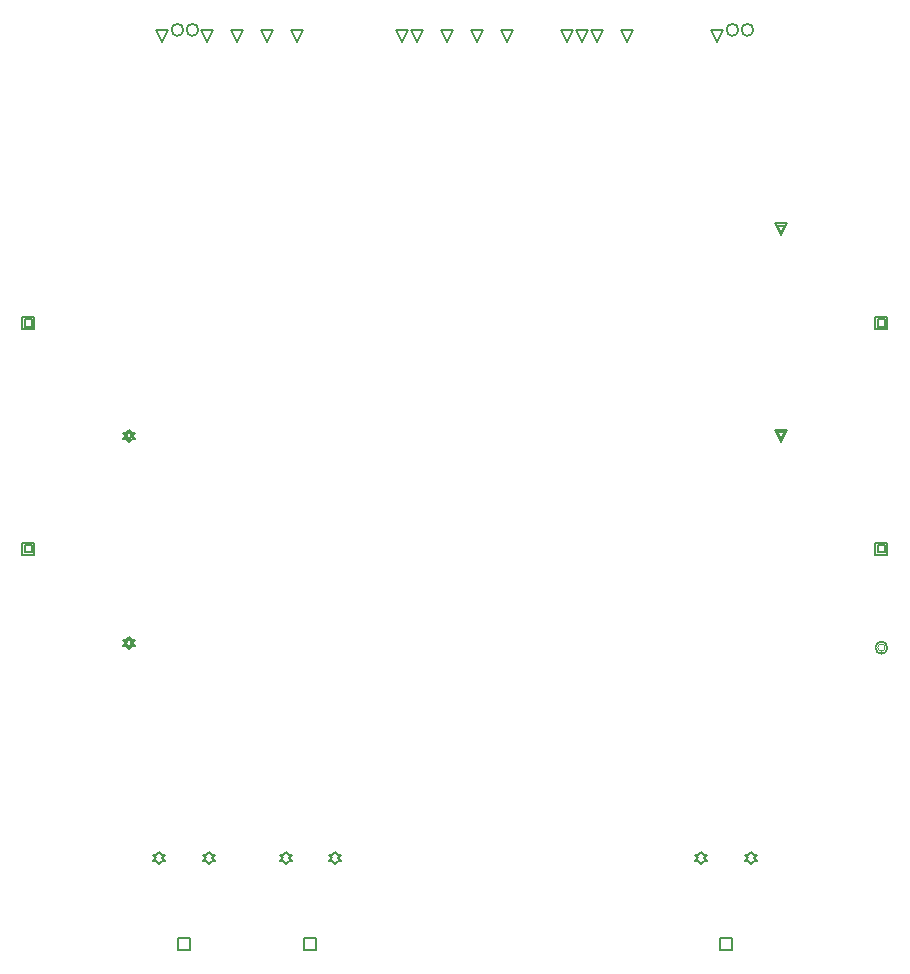
<source format=gbr>
%TF.GenerationSoftware,Altium Limited,Altium Designer,22.11.1 (43)*%
G04 Layer_Color=2752767*
%FSLAX45Y45*%
%MOMM*%
%TF.SameCoordinates,CC3570FD-A2D7-4FBA-AFAC-830B96578B4B*%
%TF.FilePolarity,Positive*%
%TF.FileFunction,Drawing*%
%TF.Part,Single*%
G01*
G75*
%TA.AperFunction,NonConductor*%
%ADD48C,0.12700*%
%ADD49C,0.16933*%
%ADD50C,0.10160*%
D48*
X7037700Y1669200D02*
Y1770800D01*
X7139300D01*
Y1669200D01*
X7037700D01*
X7298500Y2399200D02*
X7323900Y2424600D01*
X7349300D01*
X7323900Y2450000D01*
X7349300Y2475400D01*
X7323900D01*
X7298500Y2500800D01*
X7273100Y2475400D01*
X7247700D01*
X7273100Y2450000D01*
X7247700Y2424600D01*
X7273100D01*
X7298500Y2399200D01*
X6878500D02*
X6903900Y2424600D01*
X6929300D01*
X6903900Y2450000D01*
X6929300Y2475400D01*
X6903900D01*
X6878500Y2500800D01*
X6853100Y2475400D01*
X6827700D01*
X6853100Y2450000D01*
X6827700Y2424600D01*
X6853100D01*
X6878500Y2399200D01*
X3519200Y1669200D02*
Y1770800D01*
X3620800D01*
Y1669200D01*
X3519200D01*
X3780000Y2399200D02*
X3805400Y2424600D01*
X3830800D01*
X3805400Y2450000D01*
X3830800Y2475400D01*
X3805400D01*
X3780000Y2500800D01*
X3754600Y2475400D01*
X3729200D01*
X3754600Y2450000D01*
X3729200Y2424600D01*
X3754600D01*
X3780000Y2399200D01*
X3360000D02*
X3385400Y2424600D01*
X3410800D01*
X3385400Y2450000D01*
X3410800Y2475400D01*
X3385400D01*
X3360000Y2500800D01*
X3334600Y2475400D01*
X3309200D01*
X3334600Y2450000D01*
X3309200Y2424600D01*
X3334600D01*
X3360000Y2399200D01*
X2449200Y1669200D02*
Y1770800D01*
X2550800D01*
Y1669200D01*
X2449200D01*
X2710000Y2399200D02*
X2735400Y2424600D01*
X2760800D01*
X2735400Y2450000D01*
X2760800Y2475400D01*
X2735400D01*
X2710000Y2500800D01*
X2684600Y2475400D01*
X2659200D01*
X2684600Y2450000D01*
X2659200Y2424600D01*
X2684600D01*
X2710000Y2399200D01*
X2290000D02*
X2315400Y2424600D01*
X2340800D01*
X2315400Y2450000D01*
X2340800Y2475400D01*
X2315400D01*
X2290000Y2500800D01*
X2264600Y2475400D01*
X2239200D01*
X2264600Y2450000D01*
X2239200Y2424600D01*
X2264600D01*
X2290000Y2399200D01*
X8354450Y6928200D02*
Y7029800D01*
X8456050D01*
Y6928200D01*
X8354450D01*
X8374770Y6948520D02*
Y7009480D01*
X8435730D01*
Y6948520D01*
X8374770D01*
X8354450Y5015200D02*
Y5116800D01*
X8456050D01*
Y5015200D01*
X8354450D01*
X8374770Y5035520D02*
Y5096480D01*
X8435730D01*
Y5035520D01*
X8374770D01*
X1132450Y6928200D02*
Y7029800D01*
X1234050D01*
Y6928200D01*
X1132450D01*
X1152770Y6948520D02*
Y7009480D01*
X1213730D01*
Y6948520D01*
X1152770D01*
X1132450Y5015200D02*
Y5116800D01*
X1234050D01*
Y5015200D01*
X1132450D01*
X1152770Y5035520D02*
Y5096480D01*
X1213730D01*
Y5035520D01*
X1152770D01*
X7554250Y7720200D02*
X7503450Y7821800D01*
X7605050D01*
X7554250Y7720200D01*
Y7740520D02*
X7523770Y7801480D01*
X7584730D01*
X7554250Y7740520D01*
Y5973200D02*
X7503450Y6074800D01*
X7605050D01*
X7554250Y5973200D01*
Y5993520D02*
X7523770Y6054480D01*
X7584730D01*
X7554250Y5993520D01*
X2034250Y4220200D02*
X2059650Y4245600D01*
X2085050D01*
X2059650Y4271000D01*
X2085050Y4296400D01*
X2059650D01*
X2034250Y4321800D01*
X2008850Y4296400D01*
X1983450D01*
X2008850Y4271000D01*
X1983450Y4245600D01*
X2008850D01*
X2034250Y4220200D01*
Y4240520D02*
X2049490Y4255760D01*
X2064730D01*
X2049490Y4271000D01*
X2064730Y4286240D01*
X2049490D01*
X2034250Y4301480D01*
X2019010Y4286240D01*
X2003770D01*
X2019010Y4271000D01*
X2003770Y4255760D01*
X2019010D01*
X2034250Y4240520D01*
Y5973200D02*
X2059650Y5998600D01*
X2085050D01*
X2059650Y6024000D01*
X2085050Y6049400D01*
X2059650D01*
X2034250Y6074800D01*
X2008850Y6049400D01*
X1983450D01*
X2008850Y6024000D01*
X1983450Y5998600D01*
X2008850D01*
X2034250Y5973200D01*
Y5993520D02*
X2049490Y6008760D01*
X2064730D01*
X2049490Y6024000D01*
X2064730Y6039240D01*
X2049490D01*
X2034250Y6054480D01*
X2019010Y6039240D01*
X2003770D01*
X2019010Y6024000D01*
X2003770Y6008760D01*
X2019010D01*
X2034250Y5993520D01*
X7016700Y9359200D02*
X6965900Y9460800D01*
X7067500D01*
X7016700Y9359200D01*
X6254700D02*
X6203900Y9460800D01*
X6305500D01*
X6254700Y9359200D01*
X6000700D02*
X5949900Y9460800D01*
X6051500D01*
X6000700Y9359200D01*
X5873700D02*
X5822900Y9460800D01*
X5924500D01*
X5873700Y9359200D01*
X5746700D02*
X5695900Y9460800D01*
X5797500D01*
X5746700Y9359200D01*
X5238700D02*
X5187900Y9460800D01*
X5289500D01*
X5238700Y9359200D01*
X4984700D02*
X4933900Y9460800D01*
X5035500D01*
X4984700Y9359200D01*
X4730700D02*
X4679900Y9460800D01*
X4781500D01*
X4730700Y9359200D01*
X4476700D02*
X4425900Y9460800D01*
X4527500D01*
X4476700Y9359200D01*
X4349700D02*
X4298900Y9460800D01*
X4400500D01*
X4349700Y9359200D01*
X3460700D02*
X3409900Y9460800D01*
X3511500D01*
X3460700Y9359200D01*
X3206700D02*
X3155900Y9460800D01*
X3257500D01*
X3206700Y9359200D01*
X2952700D02*
X2901900Y9460800D01*
X3003500D01*
X2952700Y9359200D01*
X2698700D02*
X2647900Y9460800D01*
X2749500D01*
X2698700Y9359200D01*
X2317700D02*
X2266900Y9460800D01*
X2368500D01*
X2317700Y9359200D01*
D49*
X8456050Y4229000D02*
G03*
X8456050Y4229000I-50800J0D01*
G01*
X2495500Y9460000D02*
G03*
X2495500Y9460000I-50800J0D01*
G01*
X2622500D02*
G03*
X2622500Y9460000I-50800J0D01*
G01*
X7321500D02*
G03*
X7321500Y9460000I-50800J0D01*
G01*
X7194500D02*
G03*
X7194500Y9460000I-50800J0D01*
G01*
D50*
X8435730Y4229000D02*
G03*
X8435730Y4229000I-30480J0D01*
G01*
%TF.MD5,aec8fcb878a5309c463d6d30451411db*%
M02*

</source>
